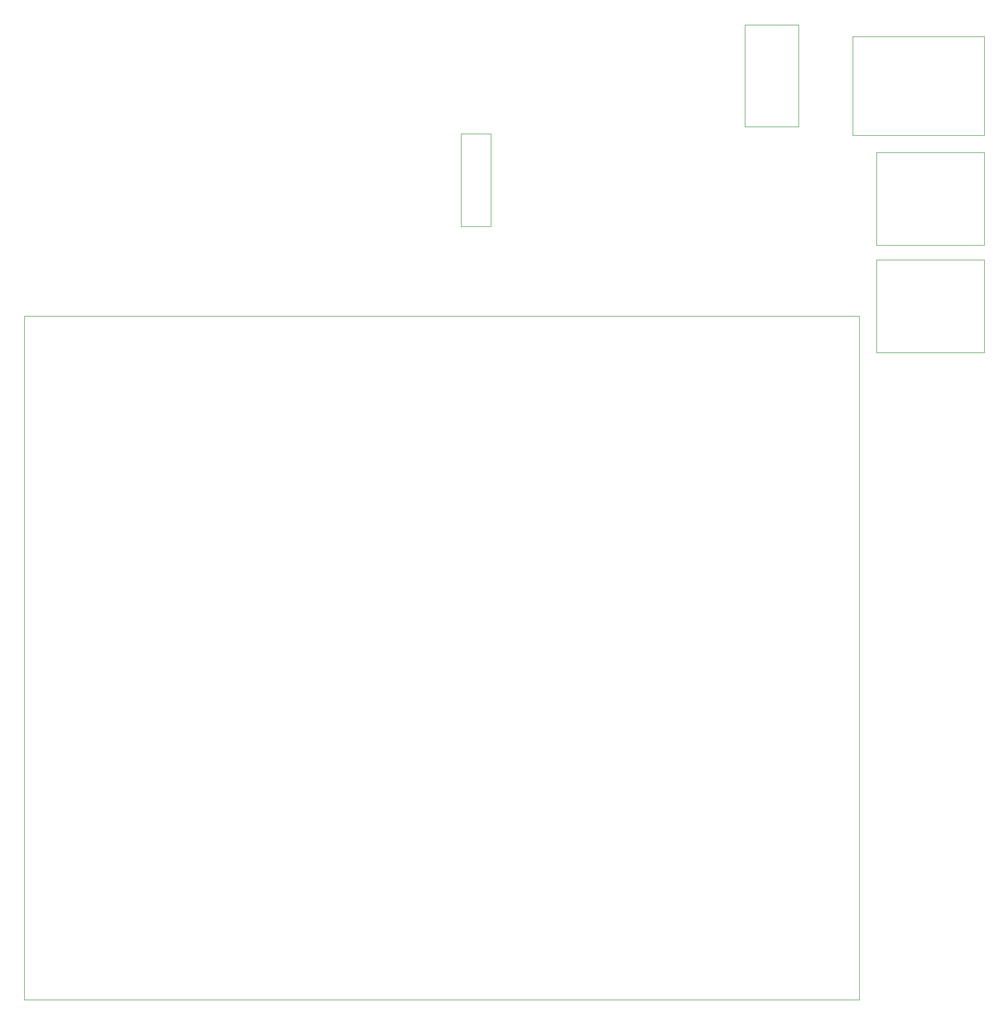
<source format=gbr>
%TF.GenerationSoftware,KiCad,Pcbnew,9.0.7*%
%TF.CreationDate,2026-02-16T00:15:14-05:00*%
%TF.ProjectId,ieee,69656565-2e6b-4696-9361-645f70636258,rev?*%
%TF.SameCoordinates,Original*%
%TF.FileFunction,Profile,NP*%
%FSLAX46Y46*%
G04 Gerber Fmt 4.6, Leading zero omitted, Abs format (unit mm)*
G04 Created by KiCad (PCBNEW 9.0.7) date 2026-02-16 00:15:14*
%MOMM*%
%LPD*%
G01*
G04 APERTURE LIST*
%TA.AperFunction,Profile*%
%ADD10C,0.050000*%
%TD*%
%TA.AperFunction,Profile*%
%ADD11C,0.100000*%
%TD*%
G04 APERTURE END LIST*
D10*
X83820000Y-33020000D02*
X223520000Y-33020000D01*
X223520000Y-147320000D01*
X83820000Y-147320000D01*
X83820000Y-33020000D01*
D11*
%TO.C,A1*%
X244424000Y-23620000D02*
X244424000Y-39120000D01*
X244424000Y-5720000D02*
X244424000Y-21220000D01*
X244424000Y13680000D02*
X244424000Y-2820000D01*
X226424000Y-39120000D02*
X244424000Y-39120000D01*
X226424000Y-23620000D02*
X244424000Y-23620000D01*
X226424000Y-23620000D02*
X226424000Y-39120000D01*
X226424000Y-21220000D02*
X244424000Y-21220000D01*
X226424000Y-5720000D02*
X244424000Y-5720000D01*
X226424000Y-5720000D02*
X226424000Y-21220000D01*
X222424000Y-2820000D02*
X244424000Y-2820000D01*
X222424000Y13680000D02*
X244424000Y13680000D01*
X222424000Y13680000D02*
X222424000Y-2820000D01*
X213384000Y-1370000D02*
X213384000Y15630000D01*
X204384000Y-1370000D02*
X213384000Y-1370000D01*
X204384000Y-1370000D02*
X204384000Y15630000D01*
X204384000Y15630000D02*
X213384000Y15630000D01*
X161884000Y-18045000D02*
X161884000Y-2545000D01*
X156884000Y-18045000D02*
X161884000Y-18045000D01*
X156884000Y-18045000D02*
X156884000Y-2545000D01*
X156884000Y-2545000D02*
X161884000Y-2545000D01*
%TD*%
M02*

</source>
